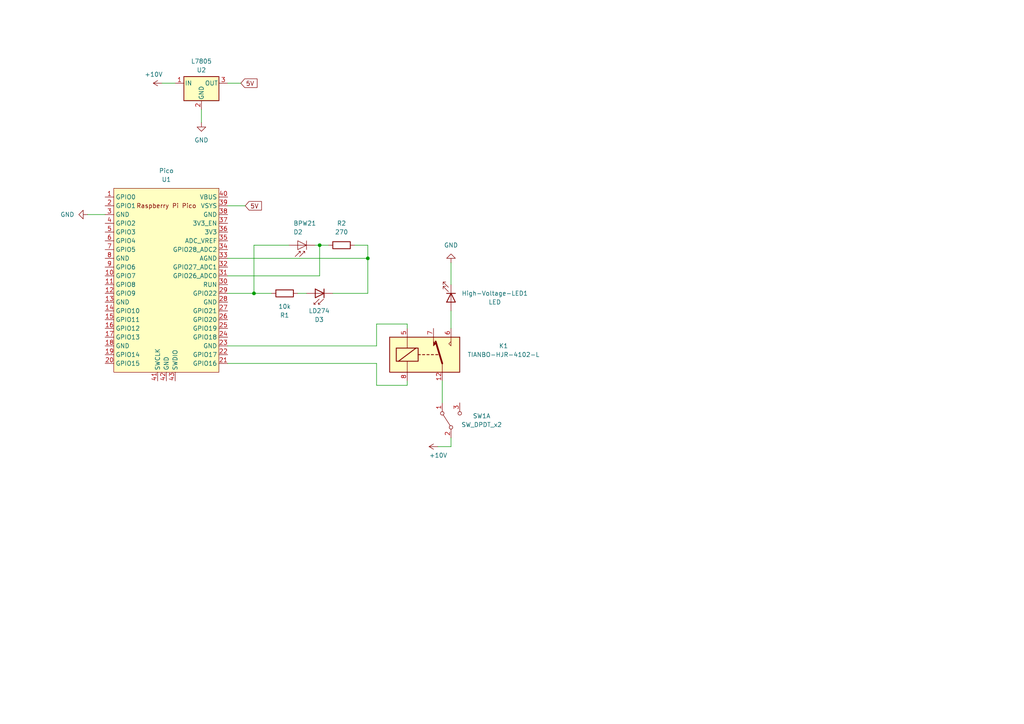
<source format=kicad_sch>
(kicad_sch (version 20230121) (generator eeschema)
  (paper "A4")
  (lib_symbols
    (symbol "Device:LED" (pin_numbers hide) (pin_names (offset 1.016) hide)
      (property "Reference" "D" (at 0 2.54 0))
      (property "Value" "LED" (at 0 -2.54 0))
      (symbol "LED_0_1"
        (polyline (pts (xy -1.27 -1.27) (xy -1.27 1.27)) (stroke (width 0.254)))
        (polyline (pts (xy -1.27 0) (xy 1.27 0)))
        (polyline (pts (xy 1.27 -1.27) (xy 1.27 1.27) (xy -1.27 0) (xy 1.27 -1.27)) (stroke (width 0.254)))
        (polyline (pts (xy -3.048 -0.762) (xy -4.572 -2.286) (xy -3.81 -2.286) (xy -4.572 -2.286) (xy -4.572 -1.524)))
        (polyline (pts (xy -1.778 -0.762) (xy -3.302 -2.286) (xy -2.54 -2.286) (xy -3.302 -2.286) (xy -3.302 -1.524)))
      )
      (symbol "LED_1_1"
        (pin passive line (at -3.81 0 0) (length 2.54) (name "K") (number "1"))
        (pin passive line (at 3.81 0 180) (length 2.54) (name "A") (number "2"))
      )
    )
    (symbol "Device:R" (pin_numbers hide) (pin_names (offset 0))
      (property "Reference" "R" (at 2.032 0 90))
      (property "Value" "R" (at 0 0 90))
      (symbol "R_0_1"
        (rectangle (start -1.016 -2.54) (end 1.016 2.54) (stroke (width 0.254)))
      )
      (symbol "R_1_1"
        (pin passive line (at 0 3.81 270) (length 1.27) (name "~") (number "1"))
        (pin passive line (at 0 -3.81 90) (length 1.27) (name "~") (number "2"))
      )
    )
    (symbol "LED:LD274" (pin_numbers hide) (pin_names (offset 1.016) hide)
      (property "Reference" "D" (at 0.508 1.778 0))
      (property "Value" "LD274" (at -1.016 -2.794 0))
      (symbol "LD274_0_1"
        (polyline (pts (xy -2.54 1.27) (xy -2.54 -1.27)) (stroke (width 0.254)))
        (polyline (pts (xy 0 0) (xy -2.54 0)))
        (polyline (pts (xy 0.381 3.175) (xy -0.127 3.175)))
        (polyline (pts (xy -1.143 1.651) (xy 0.381 3.175) (xy 0.381 2.667)))
        (polyline (pts (xy 0 -1.27) (xy -2.54 0) (xy 0 1.27) (xy 0 -1.27)) (stroke (width 0.254)))
        (polyline (pts (xy -2.413 1.651) (xy -0.889 3.175) (xy -0.889 2.667) (xy -0.889 3.175) (xy -1.397 3.175)))
      )
      (symbol "LD274_1_1"
        (pin passive line (at -5.08 0 0) (length 2.54) (name "K") (number "1"))
        (pin passive line (at 2.54 0 180) (length 2.54) (name "A") (number "2"))
      )
    )
    (symbol "MCU_RaspberryPi_and_Boards:Pico"
      (property "Reference" "U" (at -13.97 27.94 0))
      (property "Value" "Pico" (at 0 19.05 0))
      (symbol "Pico_0_0"
        (text "Raspberry Pi Pico" (at 0 21.59 0) (effects (font (size 1.27 1.27))))
      )
      (symbol "Pico_0_1"
        (rectangle (start -15.24 26.67) (end 15.24 -26.67) (fill (type background)))
      )
      (symbol "Pico_1_1"
        (pin bidirectional line (at -17.78 24.13 0) (length 2.54) (name "GPIO0") (number "1"))
        (pin bidirectional line (at -17.78 1.27 0) (length 2.54) (name "GPIO7") (number "10"))
        (pin bidirectional line (at -17.78 -1.27 0) (length 2.54) (name "GPIO8") (number "11"))
        (pin bidirectional line (at -17.78 -3.81 0) (length 2.54) (name "GPIO9") (number "12"))
        (pin power_in line (at -17.78 -6.35 0) (length 2.54) (name "GND") (number "13"))
        (pin bidirectional line (at -17.78 -8.89 0) (length 2.54) (name "GPIO10") (number "14"))
        (pin bidirectional line (at -17.78 -11.43 0) (length 2.54) (name "GPIO11") (number "15"))
        (pin bidirectional line (at -17.78 -13.97 0) (length 2.54) (name "GPIO12") (number "16"))
        (pin bidirectional line (at -17.78 -16.51 0) (length 2.54) (name "GPIO13") (number "17"))
        (pin power_in line (at -17.78 -19.05 0) (length 2.54) (name "GND") (number "18"))
        (pin bidirectional line (at -17.78 -21.59 0) (length 2.54) (name "GPIO14") (number "19"))
        (pin bidirectional line (at -17.78 21.59 0) (length 2.54) (name "GPIO1") (number "2"))
        (pin bidirectional line (at -17.78 -24.13 0) (length 2.54) (name "GPIO15") (number "20"))
        (pin bidirectional line (at 17.78 -24.13 180) (length 2.54) (name "GPIO16") (number "21"))
        (pin bidirectional line (at 17.78 -21.59 180) (length 2.54) (name "GPIO17") (number "22"))
        (pin power_in line (at 17.78 -19.05 180) (length 2.54) (name "GND") (number "23"))
        (pin bidirectional line (at 17.78 -16.51 180) (length 2.54) (name "GPIO18") (number "24"))
        (pin bidirectional line (at 17.78 -13.97 180) (length 2.54) (name "GPIO19") (number "25"))
        (pin bidirectional line (at 17.78 -11.43 180) (length 2.54) (name "GPIO20") (number "26"))
        (pin bidirectional line (at 17.78 -8.89 180) (length 2.54) (name "GPIO21") (number "27"))
        (pin power_in line (at 17.78 -6.35 180) (length 2.54) (name "GND") (number "28"))
        (pin bidirectional line (at 17.78 -3.81 180) (length 2.54) (name "GPIO22") (number "29"))
        (pin power_in line (at -17.78 19.05 0) (length 2.54) (name "GND") (number "3"))
        (pin input line (at 17.78 -1.27 180) (length 2.54) (name "RUN") (number "30"))
        (pin bidirectional line (at 17.78 1.27 180) (length 2.54) (name "GPIO26_ADC0") (number "31"))
        (pin bidirectional line (at 17.78 3.81 180) (length 2.54) (name "GPIO27_ADC1") (number "32"))
        (pin power_in line (at 17.78 6.35 180) (length 2.54) (name "AGND") (number "33"))
        (pin bidirectional line (at 17.78 8.89 180) (length 2.54) (name "GPIO28_ADC2") (number "34"))
        (pin power_in line (at 17.78 11.43 180) (length 2.54) (name "ADC_VREF") (number "35"))
        (pin power_in line (at 17.78 13.97 180) (length 2.54) (name "3V3") (number "36"))
        (pin input line (at 17.78 16.51 180) (length 2.54) (name "3V3_EN") (number "37"))
        (pin bidirectional line (at 17.78 19.05 180) (length 2.54) (name "GND") (number "38"))
        (pin power_in line (at 17.78 21.59 180) (length 2.54) (name "VSYS") (number "39"))
        (pin bidirectional line (at -17.78 16.51 0) (length 2.54) (name "GPIO2") (number "4"))
        (pin power_in line (at 17.78 24.13 180) (length 2.54) (name "VBUS") (number "40"))
        (pin input line (at -2.54 -29.21 90) (length 2.54) (name "SWCLK") (number "41"))
        (pin power_in line (at 0 -29.21 90) (length 2.54) (name "GND") (number "42"))
        (pin bidirectional line (at 2.54 -29.21 90) (length 2.54) (name "SWDIO") (number "43"))
        (pin bidirectional line (at -17.78 13.97 0) (length 2.54) (name "GPIO3") (number "5"))
        (pin bidirectional line (at -17.78 11.43 0) (length 2.54) (name "GPIO4") (number "6"))
        (pin bidirectional line (at -17.78 8.89 0) (length 2.54) (name "GPIO5") (number "7"))
        (pin power_in line (at -17.78 6.35 0) (length 2.54) (name "GND") (number "8"))
        (pin bidirectional line (at -17.78 3.81 0) (length 2.54) (name "GPIO6") (number "9"))
      )
    )
    (symbol "Regulator_Linear:L7805" (pin_names (offset 0.254))
      (property "Reference" "U" (at -3.81 3.175 0))
      (property "Value" "L7805" (at 0 3.175 0))
      (symbol "L7805_0_1"
        (rectangle (start -5.08 1.905) (end 5.08 -5.08) (stroke (width 0.254)) (fill (type background)))
      )
      (symbol "L7805_1_1"
        (pin power_in line (at -7.62 0 0) (length 2.54) (name "IN") (number "1"))
        (pin power_in line (at 0 -7.62 90) (length 2.54) (name "GND") (number "2"))
        (pin power_out line (at 7.62 0 180) (length 2.54) (name "OUT") (number "3"))
      )
    )
    (symbol "Relay:TIANBO-HJR-4102-L"
      (property "Reference" "K" (at 11.43 3.81 0))
      (property "Value" "TIANBO-HJR-4102-L" (at 11.43 1.27 0))
      (symbol "TIANBO-HJR-4102-L_0_0"
        (polyline (pts (xy 7.62 5.08) (xy 7.62 2.54) (xy 6.985 3.175) (xy 7.62 3.81)))
      )
      (symbol "TIANBO-HJR-4102-L_0_1"
        (rectangle (start -10.16 5.08) (end 10.16 -5.08) (stroke (width 0.254)) (fill (type background)))
        (rectangle (start -8.255 1.905) (end -1.905 -1.905) (stroke (width 0.254)))
        (polyline (pts (xy -7.62 -1.905) (xy -2.54 1.905)) (stroke (width 0.254)))
        (polyline (pts (xy -5.08 -5.08) (xy -5.08 -1.905)))
        (polyline (pts (xy -5.08 5.08) (xy -5.08 1.905)))
        (polyline (pts (xy -1.905 0) (xy -1.27 0)) (stroke (width 0.254)))
        (polyline (pts (xy -0.635 0) (xy 0 0)) (stroke (width 0.254)))
        (polyline (pts (xy 0.635 0) (xy 1.27 0)) (stroke (width 0.254)))
        (polyline (pts (xy 1.905 0) (xy 2.54 0)) (stroke (width 0.254)))
        (polyline (pts (xy 3.175 0) (xy 3.81 0)) (stroke (width 0.254)))
        (polyline (pts (xy 5.08 -2.54) (xy 3.175 3.81)) (stroke (width 0.508)))
        (polyline (pts (xy 5.08 -2.54) (xy 5.08 -5.08)))
        (polyline (pts (xy 2.54 5.08) (xy 2.54 2.54) (xy 3.175 3.175) (xy 2.54 3.81)) (fill (type outline)))
      )
      (symbol "TIANBO-HJR-4102-L_1_1"
        (pin passive line (at 5.08 -7.62 90) (length 2.54) (name "~") (number "12"))
        (pin passive line (at -5.08 7.62 270) (length 2.54) (name "~") (number "5"))
        (pin passive line (at 7.62 7.62 270) (length 2.54) (name "~") (number "6"))
        (pin passive line (at 2.54 7.62 270) (length 2.54) (name "~") (number "7"))
        (pin passive line (at -5.08 -7.62 90) (length 2.54) (name "~") (number "8"))
      )
    )
    (symbol "Sensor_Optical:BPW21" (pin_numbers hide) (pin_names hide)
      (property "Reference" "D" (at 0.508 1.778 0))
      (property "Value" "BPW21" (at -1.016 -2.794 0))
      (symbol "BPW21_0_1"
        (polyline (pts (xy -2.54 1.27) (xy -2.54 -1.27)) (stroke (width 0.1524)))
        (polyline (pts (xy -2.032 1.778) (xy -1.524 1.778)))
        (polyline (pts (xy 0 0) (xy -2.54 0)))
        (polyline (pts (xy 0 1.27) (xy 0 -1.27)))
        (polyline (pts (xy -0.508 3.302) (xy -2.032 1.778) (xy -2.032 2.286)))
        (polyline (pts (xy 0 1.27) (xy -2.54 0) (xy 0 -1.27)))
        (polyline (pts (xy 0.762 3.302) (xy -0.762 1.778) (xy -0.762 2.286) (xy -0.762 1.778) (xy -0.254 1.778)))
      )
      (symbol "BPW21_1_1"
        (pin passive line (at 2.54 0 180) (length 2.54) (name "A") (number "1"))
        (pin passive line (at -5.08 0 0) (length 2.54) (name "K") (number "2"))
      )
    )
    (symbol "Switch:SW_DPDT_x2" (pin_names (offset 0) hide)
      (property "Reference" "SW" (at 0 4.318 0))
      (property "Value" "SW_DPDT_x2" (at 0 -5.08 0))
      (symbol "SW_DPDT_x2_0_0"
        (circle (center -2.032 0) (radius 0.508))
        (circle (center 2.032 -2.54) (radius 0.508))
      )
      (symbol "SW_DPDT_x2_0_1"
        (polyline (pts (xy -1.524 0.254) (xy 1.651 2.286)))
        (circle (center 2.032 2.54) (radius 0.508))
      )
      (symbol "SW_DPDT_x2_1_1"
        (pin passive line (at 5.08 2.54 180) (length 2.54) (name "A") (number "1"))
        (pin passive line (at -5.08 0 0) (length 2.54) (name "B") (number "2"))
        (pin passive line (at 5.08 -2.54 180) (length 2.54) (name "C") (number "3"))
      )
      (symbol "SW_DPDT_x2_2_1"
        (pin passive line (at 5.08 2.54 180) (length 2.54) (name "A") (number "4"))
        (pin passive line (at -5.08 0 0) (length 2.54) (name "B") (number "5"))
        (pin passive line (at 5.08 -2.54 180) (length 2.54) (name "C") (number "6"))
      )
    )
    (symbol "power:+10V" (power) (pin_names (offset 0))
      (property "Value" "+10V" (at 0 3.556 0))
      (symbol "+10V_0_1"
        (polyline (pts (xy -0.762 1.27) (xy 0 2.54)))
        (polyline (pts (xy 0 0) (xy 0 2.54)))
        (polyline (pts (xy 0 2.54) (xy 0.762 1.27)))
      )
      (symbol "+10V_1_1"
        (pin power_in line (at 0 0 90) (length 0) hide (name "+10V") (number "1"))
      )
    )
    (symbol "power:GND" (power) (pin_names (offset 0))
      (property "Value" "GND" (at 0 -3.81 0))
      (symbol "GND_0_1"
        (polyline (pts (xy 0 0) (xy 0 -1.27) (xy 1.27 -1.27) (xy 0 -2.54) (xy -1.27 -1.27) (xy 0 -1.27)))
      )
      (symbol "GND_1_1"
        (pin power_in line (at 0 0 270) (length 0) hide (name "GND") (number "1"))
      )
    )
  )
  (junction (at 92.71 71.12))
  (junction (at 106.68 74.93))
  (junction (at 73.66 85.09))
  (wire (pts (xy 118.11 93.98) (xy 118.11 95.25)))
  (wire (pts (xy 96.52 85.09) (xy 106.68 85.09)))
  (wire (pts (xy 102.87 71.12) (xy 106.68 71.12)))
  (wire (pts (xy 46.99 24.13) (xy 50.8 24.13)))
  (wire (pts (xy 92.71 71.12) (xy 92.71 80.01)))
  (wire (pts (xy 130.81 127) (xy 130.81 129.54)))
  (wire (pts (xy 130.81 76.2) (xy 130.81 82.55)))
  (wire (pts (xy 91.44 71.12) (xy 92.71 71.12)))
  (wire (pts (xy 73.66 85.09) (xy 78.74 85.09)))
  (wire (pts (xy 83.82 71.12) (xy 73.66 71.12)))
  (wire (pts (xy 86.36 85.09) (xy 88.9 85.09)))
  (wire (pts (xy 130.81 90.17) (xy 130.81 95.25)))
  (wire (pts (xy 66.04 85.09) (xy 73.66 85.09)))
  (wire (pts (xy 25.4 62.23) (xy 30.48 62.23)))
  (wire (pts (xy 66.04 74.93) (xy 106.68 74.93)))
  (wire (pts (xy 109.22 93.98) (xy 118.11 93.98)))
  (wire (pts (xy 58.42 31.75) (xy 58.42 35.56)))
  (wire (pts (xy 128.27 110.49) (xy 128.27 116.84)))
  (wire (pts (xy 130.81 129.54) (xy 127 129.54)))
  (wire (pts (xy 109.22 105.41) (xy 109.22 111.76)))
  (wire (pts (xy 118.11 111.76) (xy 118.11 110.49)))
  (wire (pts (xy 69.85 24.13) (xy 66.04 24.13)))
  (wire (pts (xy 66.04 80.01) (xy 92.71 80.01)))
  (wire (pts (xy 106.68 71.12) (xy 106.68 74.93)))
  (wire (pts (xy 66.04 100.33) (xy 109.22 100.33)))
  (wire (pts (xy 92.71 71.12) (xy 95.25 71.12)))
  (wire (pts (xy 66.04 59.69) (xy 71.12 59.69)))
  (wire (pts (xy 109.22 100.33) (xy 109.22 93.98)))
  (wire (pts (xy 106.68 74.93) (xy 106.68 85.09)))
  (wire (pts (xy 109.22 111.76) (xy 118.11 111.76)))
  (wire (pts (xy 73.66 71.12) (xy 73.66 85.09)))
  (wire (pts (xy 109.22 105.41) (xy 66.04 105.41)))
  (global_label "5V" (shape input) (at 71.12 59.69 0) (property "Intersheetrefs" "${INTERSHEET_REFS}" (effects hide)))
  (global_label "5V" (shape input) (at 69.85 24.13 0) (property "Intersheetrefs" "${INTERSHEET_REFS}" (effects hide)))
  (symbol (lib_id "LED:LD274") (at 91.44 85.09 180) (unit 1)
    (property "Reference" "D3" (at 92.583 92.71 0))
    (property "Value" "LD274" (at 92.583 90.17 0))
    (property "Footprint" "LED_THT:LED_D5.0mm_IRGrey" (effects hide))
    (property "Datasheet" "http://pdf.datasheetcatalog.com/datasheet/siemens/LD274.pdf" (effects hide))
  )
  (symbol (lib_id "power:GND") (at 58.42 35.56 0) (unit 1)
    (property "Reference" "#PWR05" (effects hide))
    (property "Value" "GND" (at 58.42 40.64 0))
  )
  (symbol (lib_id "power:+10V") (at 46.99 24.13 90) (unit 1)
    (property "Reference" "#PWR01" (effects hide))
    (property "Value" "+10V" (at 41.91 21.59 90) (effects (justify right)))
  )
  (symbol (lib_id "Relay:TIANBO-HJR-4102-L") (at 123.19 102.87 0) (unit 1)
    (property "Reference" "K1" (at 146.05 100.33 0))
    (property "Value" "TIANBO-HJR-4102-L" (at 146.05 102.87 0))
    (property "Footprint" "Relay_THT:Relay_SPDT_HJR-4102" (effects hide))
    (property "Datasheet" "https://cdn-reichelt.de/documents/datenblatt/C300/DS_HJR4102E.pdf" (effects hide))
  )
  (symbol (lib_id "Regulator_Linear:L7805") (at 58.42 24.13 0) (unit 1)
    (property "Reference" "U2" (at 58.42 20.32 0))
    (property "Value" "L7805" (at 58.42 17.78 0))
    (property "Datasheet" "http://www.st.com/content/ccc/resource/technical/document/datasheet/41/4f/b3/b0/12/d4/47/88/CD00000444.pdf/files/CD00000444.pdf/jcr:content/translations/en.CD00000444.pdf" (effects hide))
  )
  (symbol (lib_id "Device:LED") (at 130.81 86.36 270) (unit 1)
    (property "Reference" "High-Voltage-LED1" (at 143.51 85.09 90))
    (property "Value" "LED" (at 143.51 87.63 90))
  )
  (symbol (lib_id "power:+10V") (at 127 129.54 90) (unit 1)
    (property "Reference" "#PWR03" (effects hide))
    (property "Value" "+10V" (at 124.46 132.08 90) (effects (justify right)))
  )
  (symbol (lib_id "power:GND") (at 130.81 76.2 180) (unit 1)
    (property "Reference" "#PWR02" (effects hide))
    (property "Value" "GND" (at 130.81 71.12 0))
  )
  (symbol (lib_id "Device:R") (at 82.55 85.09 270) (unit 1)
    (property "Reference" "R1" (at 82.55 91.44 90))
    (property "Value" "10k" (at 82.55 88.9 90))
  )
  (symbol (lib_id "MCU_RaspberryPi_and_Boards:Pico") (at 48.26 81.28 0) (unit 1)
    (property "Reference" "U1" (at 48.26 52.07 0))
    (property "Value" "Pico" (at 48.26 49.53 0))
    (property "Footprint" "RPi_Pico:RPi_Pico_SMD_TH" (effects hide))
  )
  (symbol (lib_id "Switch:SW_DPDT_x2") (at 130.81 121.92 90) (unit 1)
    (property "Reference" "SW1" (at 139.7 120.65 90))
    (property "Value" "SW_DPDT_x2" (at 139.7 123.19 90))
  )
  (symbol (lib_id "Device:R") (at 99.06 71.12 90) (unit 1)
    (property "Reference" "R2" (at 99.06 64.77 90))
    (property "Value" "270" (at 99.06 67.31 90))
  )
  (symbol (lib_id "Sensor_Optical:BPW21") (at 86.36 71.12 180) (unit 1)
    (property "Reference" "D2" (at 85.09 67.31 0) (effects (justify right)))
    (property "Value" "BPW21" (at 85.09 64.77 0) (effects (justify right)))
    (property "Footprint" "Package_TO_SOT_THT:TO-5-2_Window" (effects hide))
    (property "Datasheet" "http://techwww.in.tu-clausthal.de/site/Dokumentation/Dioden/Fotodioden/BPW21-Fotodiode.pdf" (effects hide))
  )
  (symbol (lib_id "power:GND") (at 25.4 62.23 270) (unit 1)
    (property "Reference" "#PWR04" (effects hide))
    (property "Value" "GND" (at 21.59 62.23 90) (effects (justify right)))
  )
)
</source>
